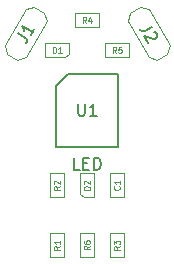
<source format=gbr>
G04 #@! TF.GenerationSoftware,KiCad,Pcbnew,5.0.2-bee76a0~70~ubuntu16.04.1*
G04 #@! TF.CreationDate,2020-01-28T21:52:51-08:00*
G04 #@! TF.ProjectId,touch-circuit-v1,746f7563-682d-4636-9972-637569742d76,rev?*
G04 #@! TF.SameCoordinates,Original*
G04 #@! TF.FileFunction,Other,Fab,Top*
%FSLAX46Y46*%
G04 Gerber Fmt 4.6, Leading zero omitted, Abs format (unit mm)*
G04 Created by KiCad (PCBNEW 5.0.2-bee76a0~70~ubuntu16.04.1) date Tue 28 Jan 2020 09:52:51 PM PST*
%MOMM*%
%LPD*%
G01*
G04 APERTURE LIST*
%ADD10C,0.100000*%
%ADD11C,0.150000*%
%ADD12C,0.080000*%
G04 APERTURE END LIST*
D10*
G04 #@! TO.C,J2*
X159189941Y-94265586D02*
X159375882Y-93571645D01*
X157616118Y-94587645D02*
X158310059Y-94773586D01*
X156903941Y-90306118D02*
X157597882Y-90492059D01*
X155838118Y-91508059D02*
X156024059Y-90814118D01*
X157616118Y-94587645D02*
X155838118Y-91508059D01*
X159189941Y-94265586D02*
X158310059Y-94773586D01*
X157597882Y-90492059D02*
X159375882Y-93571645D01*
X156024059Y-90814118D02*
X156903941Y-90306118D01*
G04 #@! TO.C,J1*
X146489941Y-94773586D02*
X147183882Y-94587645D01*
X145424118Y-93571645D02*
X145610059Y-94265586D01*
X148775941Y-90814118D02*
X148961882Y-91508059D01*
X147202118Y-90492059D02*
X147896059Y-90306118D01*
X145424118Y-93571645D02*
X147202118Y-90492059D01*
X146489941Y-94773586D02*
X145610059Y-94265586D01*
X148961882Y-91508059D02*
X147183882Y-94587645D01*
X147896059Y-90306118D02*
X148775941Y-90814118D01*
G04 #@! TO.C,C1*
X155540000Y-106410000D02*
X154340000Y-106410000D01*
X154340000Y-106410000D02*
X154340000Y-104410000D01*
X154340000Y-104410000D02*
X155540000Y-104410000D01*
X155540000Y-104410000D02*
X155540000Y-106410000D01*
G04 #@! TO.C,D1*
X148860000Y-94580000D02*
X150560000Y-94580000D01*
X150560000Y-94580000D02*
X150860000Y-94280000D01*
X150860000Y-94280000D02*
X150860000Y-93380000D01*
X150860000Y-93380000D02*
X148860000Y-93380000D01*
X148860000Y-93380000D02*
X148860000Y-94580000D01*
G04 #@! TO.C,D2*
X151800000Y-104410000D02*
X151800000Y-106110000D01*
X151800000Y-106110000D02*
X152100000Y-106410000D01*
X152100000Y-106410000D02*
X153000000Y-106410000D01*
X153000000Y-106410000D02*
X153000000Y-104410000D01*
X153000000Y-104410000D02*
X151800000Y-104410000D01*
G04 #@! TO.C,R1*
X149260000Y-111490000D02*
X149260000Y-109490000D01*
X150460000Y-111490000D02*
X149260000Y-111490000D01*
X150460000Y-109490000D02*
X150460000Y-111490000D01*
X149260000Y-109490000D02*
X150460000Y-109490000D01*
G04 #@! TO.C,R2*
X149260000Y-104410000D02*
X150460000Y-104410000D01*
X150460000Y-104410000D02*
X150460000Y-106410000D01*
X150460000Y-106410000D02*
X149260000Y-106410000D01*
X149260000Y-106410000D02*
X149260000Y-104410000D01*
G04 #@! TO.C,R3*
X154340000Y-111490000D02*
X154340000Y-109490000D01*
X155540000Y-111490000D02*
X154340000Y-111490000D01*
X155540000Y-109490000D02*
X155540000Y-111490000D01*
X154340000Y-109490000D02*
X155540000Y-109490000D01*
G04 #@! TO.C,R4*
X153400000Y-92040000D02*
X151400000Y-92040000D01*
X153400000Y-90840000D02*
X153400000Y-92040000D01*
X151400000Y-90840000D02*
X153400000Y-90840000D01*
X151400000Y-92040000D02*
X151400000Y-90840000D01*
G04 #@! TO.C,R5*
X153940000Y-94580000D02*
X153940000Y-93380000D01*
X153940000Y-93380000D02*
X155940000Y-93380000D01*
X155940000Y-93380000D02*
X155940000Y-94580000D01*
X155940000Y-94580000D02*
X153940000Y-94580000D01*
G04 #@! TO.C,R6*
X151800000Y-109470000D02*
X153000000Y-109470000D01*
X153000000Y-109470000D02*
X153000000Y-111470000D01*
X153000000Y-111470000D02*
X151800000Y-111470000D01*
X151800000Y-111470000D02*
X151800000Y-109470000D01*
D11*
G04 #@! TO.C,U1*
X150750000Y-95960000D02*
X155050000Y-95960000D01*
X155050000Y-95960000D02*
X155050000Y-102160000D01*
X155050000Y-102160000D02*
X149750000Y-102160000D01*
X149750000Y-102160000D02*
X149750000Y-96960000D01*
X149750000Y-96960000D02*
X150750000Y-95960000D01*
G04 #@! TD*
G04 #@! TO.C,J2*
X157914585Y-91977367D02*
X157295995Y-92334510D01*
X157148468Y-92364699D01*
X157018370Y-92329839D01*
X156905702Y-92229931D01*
X156858083Y-92147452D01*
X158046392Y-92396140D02*
X158111441Y-92413569D01*
X158200299Y-92472239D01*
X158319347Y-92678435D01*
X158325726Y-92784723D01*
X158308297Y-92849772D01*
X158249628Y-92938630D01*
X158167149Y-92986249D01*
X158019622Y-93016439D01*
X157239036Y-92807281D01*
X157548559Y-93343392D01*
G04 #@! TO.C,J1*
X146552081Y-92554717D02*
X147170670Y-92911860D01*
X147270579Y-93024528D01*
X147305438Y-93154626D01*
X147275249Y-93302153D01*
X147227630Y-93384632D01*
X147918106Y-92188692D02*
X147632392Y-92683563D01*
X147775249Y-92436128D02*
X146909224Y-91936128D01*
X146985323Y-92090035D01*
X147020182Y-92220132D01*
X147013802Y-92326421D01*
G04 #@! TO.C,C1*
D12*
X155118571Y-105493333D02*
X155142380Y-105517142D01*
X155166190Y-105588571D01*
X155166190Y-105636190D01*
X155142380Y-105707619D01*
X155094761Y-105755238D01*
X155047142Y-105779047D01*
X154951904Y-105802857D01*
X154880476Y-105802857D01*
X154785238Y-105779047D01*
X154737619Y-105755238D01*
X154690000Y-105707619D01*
X154666190Y-105636190D01*
X154666190Y-105588571D01*
X154690000Y-105517142D01*
X154713809Y-105493333D01*
X155166190Y-105017142D02*
X155166190Y-105302857D01*
X155166190Y-105160000D02*
X154666190Y-105160000D01*
X154737619Y-105207619D01*
X154785238Y-105255238D01*
X154809047Y-105302857D01*
G04 #@! TO.C,D1*
X149490952Y-94206190D02*
X149490952Y-93706190D01*
X149610000Y-93706190D01*
X149681428Y-93730000D01*
X149729047Y-93777619D01*
X149752857Y-93825238D01*
X149776666Y-93920476D01*
X149776666Y-93991904D01*
X149752857Y-94087142D01*
X149729047Y-94134761D01*
X149681428Y-94182380D01*
X149610000Y-94206190D01*
X149490952Y-94206190D01*
X150252857Y-94206190D02*
X149967142Y-94206190D01*
X150110000Y-94206190D02*
X150110000Y-93706190D01*
X150062380Y-93777619D01*
X150014761Y-93825238D01*
X149967142Y-93849047D01*
G04 #@! TO.C,D2*
D11*
X151757142Y-104084380D02*
X151280952Y-104084380D01*
X151280952Y-103084380D01*
X152090476Y-103560571D02*
X152423809Y-103560571D01*
X152566666Y-104084380D02*
X152090476Y-104084380D01*
X152090476Y-103084380D01*
X152566666Y-103084380D01*
X152995238Y-104084380D02*
X152995238Y-103084380D01*
X153233333Y-103084380D01*
X153376190Y-103132000D01*
X153471428Y-103227238D01*
X153519047Y-103322476D01*
X153566666Y-103512952D01*
X153566666Y-103655809D01*
X153519047Y-103846285D01*
X153471428Y-103941523D01*
X153376190Y-104036761D01*
X153233333Y-104084380D01*
X152995238Y-104084380D01*
D12*
X152626190Y-105779047D02*
X152126190Y-105779047D01*
X152126190Y-105660000D01*
X152150000Y-105588571D01*
X152197619Y-105540952D01*
X152245238Y-105517142D01*
X152340476Y-105493333D01*
X152411904Y-105493333D01*
X152507142Y-105517142D01*
X152554761Y-105540952D01*
X152602380Y-105588571D01*
X152626190Y-105660000D01*
X152626190Y-105779047D01*
X152173809Y-105302857D02*
X152150000Y-105279047D01*
X152126190Y-105231428D01*
X152126190Y-105112380D01*
X152150000Y-105064761D01*
X152173809Y-105040952D01*
X152221428Y-105017142D01*
X152269047Y-105017142D01*
X152340476Y-105040952D01*
X152626190Y-105326666D01*
X152626190Y-105017142D01*
G04 #@! TO.C,R1*
X150086190Y-110573333D02*
X149848095Y-110740000D01*
X150086190Y-110859047D02*
X149586190Y-110859047D01*
X149586190Y-110668571D01*
X149610000Y-110620952D01*
X149633809Y-110597142D01*
X149681428Y-110573333D01*
X149752857Y-110573333D01*
X149800476Y-110597142D01*
X149824285Y-110620952D01*
X149848095Y-110668571D01*
X149848095Y-110859047D01*
X150086190Y-110097142D02*
X150086190Y-110382857D01*
X150086190Y-110240000D02*
X149586190Y-110240000D01*
X149657619Y-110287619D01*
X149705238Y-110335238D01*
X149729047Y-110382857D01*
G04 #@! TO.C,R2*
X150086190Y-105493333D02*
X149848095Y-105660000D01*
X150086190Y-105779047D02*
X149586190Y-105779047D01*
X149586190Y-105588571D01*
X149610000Y-105540952D01*
X149633809Y-105517142D01*
X149681428Y-105493333D01*
X149752857Y-105493333D01*
X149800476Y-105517142D01*
X149824285Y-105540952D01*
X149848095Y-105588571D01*
X149848095Y-105779047D01*
X149633809Y-105302857D02*
X149610000Y-105279047D01*
X149586190Y-105231428D01*
X149586190Y-105112380D01*
X149610000Y-105064761D01*
X149633809Y-105040952D01*
X149681428Y-105017142D01*
X149729047Y-105017142D01*
X149800476Y-105040952D01*
X150086190Y-105326666D01*
X150086190Y-105017142D01*
G04 #@! TO.C,R3*
X155166190Y-110573333D02*
X154928095Y-110740000D01*
X155166190Y-110859047D02*
X154666190Y-110859047D01*
X154666190Y-110668571D01*
X154690000Y-110620952D01*
X154713809Y-110597142D01*
X154761428Y-110573333D01*
X154832857Y-110573333D01*
X154880476Y-110597142D01*
X154904285Y-110620952D01*
X154928095Y-110668571D01*
X154928095Y-110859047D01*
X154666190Y-110406666D02*
X154666190Y-110097142D01*
X154856666Y-110263809D01*
X154856666Y-110192380D01*
X154880476Y-110144761D01*
X154904285Y-110120952D01*
X154951904Y-110097142D01*
X155070952Y-110097142D01*
X155118571Y-110120952D01*
X155142380Y-110144761D01*
X155166190Y-110192380D01*
X155166190Y-110335238D01*
X155142380Y-110382857D01*
X155118571Y-110406666D01*
G04 #@! TO.C,R4*
X152316666Y-91666190D02*
X152150000Y-91428095D01*
X152030952Y-91666190D02*
X152030952Y-91166190D01*
X152221428Y-91166190D01*
X152269047Y-91190000D01*
X152292857Y-91213809D01*
X152316666Y-91261428D01*
X152316666Y-91332857D01*
X152292857Y-91380476D01*
X152269047Y-91404285D01*
X152221428Y-91428095D01*
X152030952Y-91428095D01*
X152745238Y-91332857D02*
X152745238Y-91666190D01*
X152626190Y-91142380D02*
X152507142Y-91499523D01*
X152816666Y-91499523D01*
G04 #@! TO.C,R5*
X154856666Y-94206190D02*
X154690000Y-93968095D01*
X154570952Y-94206190D02*
X154570952Y-93706190D01*
X154761428Y-93706190D01*
X154809047Y-93730000D01*
X154832857Y-93753809D01*
X154856666Y-93801428D01*
X154856666Y-93872857D01*
X154832857Y-93920476D01*
X154809047Y-93944285D01*
X154761428Y-93968095D01*
X154570952Y-93968095D01*
X155309047Y-93706190D02*
X155070952Y-93706190D01*
X155047142Y-93944285D01*
X155070952Y-93920476D01*
X155118571Y-93896666D01*
X155237619Y-93896666D01*
X155285238Y-93920476D01*
X155309047Y-93944285D01*
X155332857Y-93991904D01*
X155332857Y-94110952D01*
X155309047Y-94158571D01*
X155285238Y-94182380D01*
X155237619Y-94206190D01*
X155118571Y-94206190D01*
X155070952Y-94182380D01*
X155047142Y-94158571D01*
G04 #@! TO.C,R6*
X152626190Y-110553333D02*
X152388095Y-110720000D01*
X152626190Y-110839047D02*
X152126190Y-110839047D01*
X152126190Y-110648571D01*
X152150000Y-110600952D01*
X152173809Y-110577142D01*
X152221428Y-110553333D01*
X152292857Y-110553333D01*
X152340476Y-110577142D01*
X152364285Y-110600952D01*
X152388095Y-110648571D01*
X152388095Y-110839047D01*
X152126190Y-110124761D02*
X152126190Y-110220000D01*
X152150000Y-110267619D01*
X152173809Y-110291428D01*
X152245238Y-110339047D01*
X152340476Y-110362857D01*
X152530952Y-110362857D01*
X152578571Y-110339047D01*
X152602380Y-110315238D01*
X152626190Y-110267619D01*
X152626190Y-110172380D01*
X152602380Y-110124761D01*
X152578571Y-110100952D01*
X152530952Y-110077142D01*
X152411904Y-110077142D01*
X152364285Y-110100952D01*
X152340476Y-110124761D01*
X152316666Y-110172380D01*
X152316666Y-110267619D01*
X152340476Y-110315238D01*
X152364285Y-110339047D01*
X152411904Y-110362857D01*
G04 #@! TO.C,U1*
D11*
X151638095Y-98512380D02*
X151638095Y-99321904D01*
X151685714Y-99417142D01*
X151733333Y-99464761D01*
X151828571Y-99512380D01*
X152019047Y-99512380D01*
X152114285Y-99464761D01*
X152161904Y-99417142D01*
X152209523Y-99321904D01*
X152209523Y-98512380D01*
X153209523Y-99512380D02*
X152638095Y-99512380D01*
X152923809Y-99512380D02*
X152923809Y-98512380D01*
X152828571Y-98655238D01*
X152733333Y-98750476D01*
X152638095Y-98798095D01*
G04 #@! TD*
M02*

</source>
